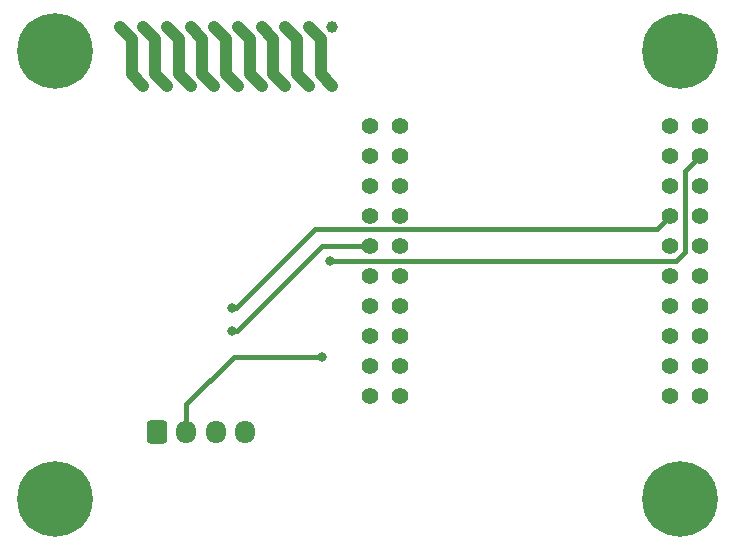
<source format=gbr>
%TF.GenerationSoftware,KiCad,Pcbnew,7.0.7*%
%TF.CreationDate,2023-11-15T17:54:30+01:00*%
%TF.ProjectId,Nodo_ESP32_bresser,4e6f646f-5f45-4535-9033-325f62726573,rev?*%
%TF.SameCoordinates,Original*%
%TF.FileFunction,Copper,L2,Bot*%
%TF.FilePolarity,Positive*%
%FSLAX46Y46*%
G04 Gerber Fmt 4.6, Leading zero omitted, Abs format (unit mm)*
G04 Created by KiCad (PCBNEW 7.0.7) date 2023-11-15 17:54:30*
%MOMM*%
%LPD*%
G01*
G04 APERTURE LIST*
G04 Aperture macros list*
%AMRoundRect*
0 Rectangle with rounded corners*
0 $1 Rounding radius*
0 $2 $3 $4 $5 $6 $7 $8 $9 X,Y pos of 4 corners*
0 Add a 4 corners polygon primitive as box body*
4,1,4,$2,$3,$4,$5,$6,$7,$8,$9,$2,$3,0*
0 Add four circle primitives for the rounded corners*
1,1,$1+$1,$2,$3*
1,1,$1+$1,$4,$5*
1,1,$1+$1,$6,$7*
1,1,$1+$1,$8,$9*
0 Add four rect primitives between the rounded corners*
20,1,$1+$1,$2,$3,$4,$5,0*
20,1,$1+$1,$4,$5,$6,$7,0*
20,1,$1+$1,$6,$7,$8,$9,0*
20,1,$1+$1,$8,$9,$2,$3,0*%
G04 Aperture macros list end*
%TA.AperFunction,EtchedComponent*%
%ADD10C,1.000000*%
%TD*%
%TA.AperFunction,ComponentPad*%
%ADD11C,0.800000*%
%TD*%
%TA.AperFunction,ComponentPad*%
%ADD12C,6.400000*%
%TD*%
%TA.AperFunction,ComponentPad*%
%ADD13C,1.000000*%
%TD*%
%TA.AperFunction,ComponentPad*%
%ADD14C,1.400000*%
%TD*%
%TA.AperFunction,ComponentPad*%
%ADD15RoundRect,0.250000X-0.600000X-0.725000X0.600000X-0.725000X0.600000X0.725000X-0.600000X0.725000X0*%
%TD*%
%TA.AperFunction,ComponentPad*%
%ADD16O,1.700000X1.950000*%
%TD*%
%TA.AperFunction,ViaPad*%
%ADD17C,0.800000*%
%TD*%
%TA.AperFunction,Conductor*%
%ADD18C,0.400000*%
%TD*%
G04 APERTURE END LIST*
D10*
%TO.C,J1*%
X123492000Y-66776000D02*
X124492000Y-67776000D01*
X124492000Y-67776000D02*
X124492000Y-70776000D01*
X124492000Y-70776000D02*
X125492000Y-71776000D01*
X125492000Y-66776000D02*
X126492000Y-67776000D01*
X126492000Y-67776000D02*
X126492000Y-70776000D01*
X126492000Y-70776000D02*
X127492000Y-71776000D01*
X127492000Y-66776000D02*
X128492000Y-67776000D01*
X128492000Y-67776000D02*
X128492000Y-70776000D01*
X128492000Y-70776000D02*
X129492000Y-71776000D01*
X129492000Y-66776000D02*
X130492000Y-67776000D01*
X130492000Y-67776000D02*
X130492000Y-70776000D01*
X130492000Y-70776000D02*
X131492000Y-71776000D01*
X131492000Y-66776000D02*
X132492000Y-67776000D01*
X132492000Y-67776000D02*
X132492000Y-70776000D01*
X132492000Y-70776000D02*
X133492000Y-71776000D01*
X133492000Y-66776000D02*
X134492000Y-67776000D01*
X134492000Y-67776000D02*
X134492000Y-70776000D01*
X134492000Y-70776000D02*
X135492000Y-71776000D01*
X135492000Y-66776000D02*
X136492000Y-67776000D01*
X136492000Y-67776000D02*
X136492000Y-70776000D01*
X136492000Y-70776000D02*
X137492000Y-71776000D01*
X137492000Y-66776000D02*
X138492000Y-67776000D01*
X138492000Y-67776000D02*
X138492000Y-70776000D01*
X138492000Y-70776000D02*
X139492000Y-71776000D01*
X139492000Y-66776000D02*
X140492000Y-67776000D01*
X140492000Y-67776000D02*
X140492000Y-70776000D01*
X140492000Y-70776000D02*
X141492000Y-71776000D01*
%TD*%
D11*
%TO.P,H3,1*%
%TO.N,N/C*%
X168543944Y-68808056D03*
X169246888Y-67111000D03*
X169246888Y-70505112D03*
X170943944Y-66408056D03*
D12*
X170943944Y-68808056D03*
D11*
X170943944Y-71208056D03*
X172641000Y-67111000D03*
X172641000Y-70505112D03*
X173343944Y-68808056D03*
%TD*%
%TO.P,H2,1*%
%TO.N,N/C*%
X168543944Y-106688944D03*
X169246888Y-104991888D03*
X169246888Y-108386000D03*
X170943944Y-104288944D03*
D12*
X170943944Y-106688944D03*
D11*
X170943944Y-109088944D03*
X172641000Y-104991888D03*
X172641000Y-108386000D03*
X173343944Y-106688944D03*
%TD*%
D13*
%TO.P,J1,*%
%TO.N,*%
X123492000Y-66776000D03*
X125492000Y-66776000D03*
X125492000Y-71776000D03*
X127492000Y-66776000D03*
X127492000Y-71776000D03*
X129492000Y-66776000D03*
X129492000Y-71776000D03*
X131492000Y-66776000D03*
X131492000Y-71776000D03*
X133492000Y-66776000D03*
X133492000Y-71776000D03*
X135492000Y-66776000D03*
X135492000Y-71776000D03*
X137492000Y-66776000D03*
X137492000Y-71776000D03*
X139492000Y-66776000D03*
X139492000Y-71776000D03*
X141492000Y-66776000D03*
X141492000Y-71776000D03*
%TD*%
D14*
%TO.P,U1,1,GND*%
%TO.N,GND*%
X144701000Y-75112000D03*
%TO.P,U1,2,RST*%
%TO.N,unconnected-(U1-RST-Pad2)*%
X147241000Y-75112000D03*
%TO.P,U1,3,NC*%
%TO.N,unconnected-(U1-NC-Pad3)*%
X144701000Y-77652000D03*
%TO.P,U1,4,IO_36/SVP/A0*%
%TO.N,unconnected-(U1-IO_36{slash}SVP{slash}A0-Pad4)*%
X147241000Y-77652000D03*
%TO.P,U1,5,IO_39/SVN*%
%TO.N,unconnected-(U1-IO_39{slash}SVN-Pad5)*%
X144701000Y-80192000D03*
%TO.P,U1,6,IO_26/D0*%
%TO.N,unconnected-(U1-IO_26{slash}D0-Pad6)*%
X147241000Y-80192000D03*
%TO.P,U1,7,IO_35*%
%TO.N,unconnected-(U1-IO_35-Pad7)*%
X144701000Y-82732000D03*
%TO.P,U1,8,IO_18/D5*%
%TO.N,SCK*%
X147241000Y-82732000D03*
%TO.P,U1,9,IO_33*%
%TO.N,DIO1*%
X144701000Y-85272000D03*
%TO.P,U1,10,IO_19/D6*%
%TO.N,MISO*%
X147241000Y-85272000D03*
%TO.P,U1,11,IO_34*%
%TO.N,unconnected-(U1-IO_34-Pad11)*%
X144701000Y-87812000D03*
%TO.P,U1,12,IO_23/D7*%
%TO.N,MOSI*%
X147241000Y-87812000D03*
%TO.P,U1,13,IO_14/TMS*%
%TO.N,unconnected-(U1-IO_14{slash}TMS-Pad13)*%
X144701000Y-90352000D03*
%TO.P,U1,14,IO_05/D8*%
%TO.N,unconnected-(U1-IO_05{slash}D8-Pad14)*%
X147241000Y-90352000D03*
%TO.P,U1,15,NC*%
%TO.N,unconnected-(U1-NC-Pad15)*%
X144701000Y-92892000D03*
%TO.P,U1,16,3V3*%
%TO.N,+3V3*%
X147241000Y-92892000D03*
%TO.P,U1,17,IO_09/SD2*%
%TO.N,unconnected-(U1-IO_09{slash}SD2-Pad17)*%
X144701000Y-95432000D03*
%TO.P,U1,18,IO_13/TCK*%
%TO.N,unconnected-(U1-IO_13{slash}TCK-Pad18)*%
X147241000Y-95432000D03*
%TO.P,U1,19,CMD*%
%TO.N,unconnected-(U1-CMD-Pad19)*%
X144701000Y-97972000D03*
%TO.P,U1,20,IO_10/SD3*%
%TO.N,unconnected-(U1-IO_10{slash}SD3-Pad20)*%
X147241000Y-97972000D03*
%TO.P,U1,21,TXD*%
%TO.N,unconnected-(U1-TXD-Pad21)*%
X170101000Y-75112000D03*
%TO.P,U1,22,GND*%
%TO.N,GND*%
X172641000Y-75112000D03*
%TO.P,U1,23,RXD*%
%TO.N,unconnected-(U1-RXD-Pad23)*%
X170101000Y-77652000D03*
%TO.P,U1,24,IO_27*%
%TO.N,NSS*%
X172641000Y-77652000D03*
%TO.P,U1,25,IO_22/D1/SCL*%
%TO.N,unconnected-(U1-IO_22{slash}D1{slash}SCL-Pad25)*%
X170101000Y-80192000D03*
%TO.P,U1,26,IO_25*%
%TO.N,unconnected-(U1-IO_25-Pad26)*%
X172641000Y-80192000D03*
%TO.P,U1,27,IO_21/D2/SDA*%
%TO.N,DIO0*%
X170101000Y-82732000D03*
%TO.P,U1,28,IO_32*%
%TO.N,RESET*%
X172641000Y-82732000D03*
%TO.P,U1,29,IO_17/D3*%
%TO.N,SCL*%
X170101000Y-85272000D03*
%TO.P,U1,30,IO_12/TDI*%
%TO.N,unconnected-(U1-IO_12{slash}TDI-Pad30)*%
X172641000Y-85272000D03*
%TO.P,U1,31,IO_16/D4*%
%TO.N,SDA*%
X170101000Y-87812000D03*
%TO.P,U1,32,IO_04*%
%TO.N,unconnected-(U1-IO_04-Pad32)*%
X172641000Y-87812000D03*
%TO.P,U1,33,GND*%
%TO.N,GND*%
X170101000Y-90352000D03*
%TO.P,U1,34,IO_00*%
%TO.N,unconnected-(U1-IO_00-Pad34)*%
X172641000Y-90352000D03*
%TO.P,U1,35,VCC_(USB)*%
%TO.N,unconnected-(U1-VCC_(USB)-Pad35)*%
X170101000Y-92892000D03*
%TO.P,U1,36,IO_02*%
%TO.N,unconnected-(U1-IO_02-Pad36)*%
X172641000Y-92892000D03*
%TO.P,U1,37,TD0*%
%TO.N,unconnected-(U1-TD0-Pad37)*%
X170101000Y-95432000D03*
%TO.P,U1,38,SD1*%
%TO.N,unconnected-(U1-SD1-Pad38)*%
X172641000Y-95432000D03*
%TO.P,U1,39,SD0*%
%TO.N,unconnected-(U1-SD0-Pad39)*%
X170101000Y-97972000D03*
%TO.P,U1,40,CLK*%
%TO.N,unconnected-(U1-CLK-Pad40)*%
X172641000Y-97972000D03*
%TD*%
D11*
%TO.P,H4,1*%
%TO.N,N/C*%
X115631000Y-68762000D03*
X116333944Y-67064944D03*
X116333944Y-70459056D03*
X118031000Y-66362000D03*
D12*
X118031000Y-68762000D03*
D11*
X118031000Y-71162000D03*
X119728056Y-67064944D03*
X119728056Y-70459056D03*
X120431000Y-68762000D03*
%TD*%
%TO.P,H1,1*%
%TO.N,N/C*%
X115631000Y-106735000D03*
X116333944Y-105037944D03*
X116333944Y-108432056D03*
X118031000Y-104335000D03*
D12*
X118031000Y-106735000D03*
D11*
X118031000Y-109135000D03*
X119728056Y-105037944D03*
X119728056Y-108432056D03*
X120431000Y-106735000D03*
%TD*%
D15*
%TO.P,J2,1,Pin_1*%
%TO.N,+3V3*%
X126600000Y-101020000D03*
D16*
%TO.P,J2,2,Pin_2*%
%TO.N,GND*%
X129100000Y-101020000D03*
%TO.P,J2,3,Pin_3*%
%TO.N,SCL*%
X131600000Y-101020000D03*
%TO.P,J2,4,Pin_4*%
%TO.N,SDA*%
X134100000Y-101020000D03*
%TD*%
D17*
%TO.N,GND*%
X140637000Y-94670000D03*
%TO.N,DIO0*%
X133017000Y-90558000D03*
%TO.N,NSS*%
X141272000Y-86542000D03*
%TO.N,DIO1*%
X133017000Y-92511000D03*
%TD*%
D18*
%TO.N,GND*%
X129100000Y-101020000D02*
X129100000Y-98714000D01*
X129100000Y-98714000D02*
X133144000Y-94670000D01*
X133144000Y-94670000D02*
X140637000Y-94670000D01*
%TO.N,DIO0*%
X133319000Y-90558000D02*
X140045000Y-83832000D01*
X140045000Y-83832000D02*
X169001000Y-83832000D01*
X169001000Y-83832000D02*
X170101000Y-82732000D01*
X133017000Y-90558000D02*
X133319000Y-90558000D01*
%TO.N,NSS*%
X170609000Y-86542000D02*
X141272000Y-86542000D01*
X141272000Y-86542000D02*
X141526000Y-86542000D01*
X171371000Y-78922000D02*
X171371000Y-85780000D01*
X171371000Y-85780000D02*
X170609000Y-86542000D01*
X172641000Y-77652000D02*
X171371000Y-78922000D01*
%TO.N,DIO1*%
X140637000Y-85272000D02*
X144701000Y-85272000D01*
X133398000Y-92511000D02*
X140637000Y-85272000D01*
X133017000Y-92511000D02*
X133398000Y-92511000D01*
%TD*%
M02*

</source>
